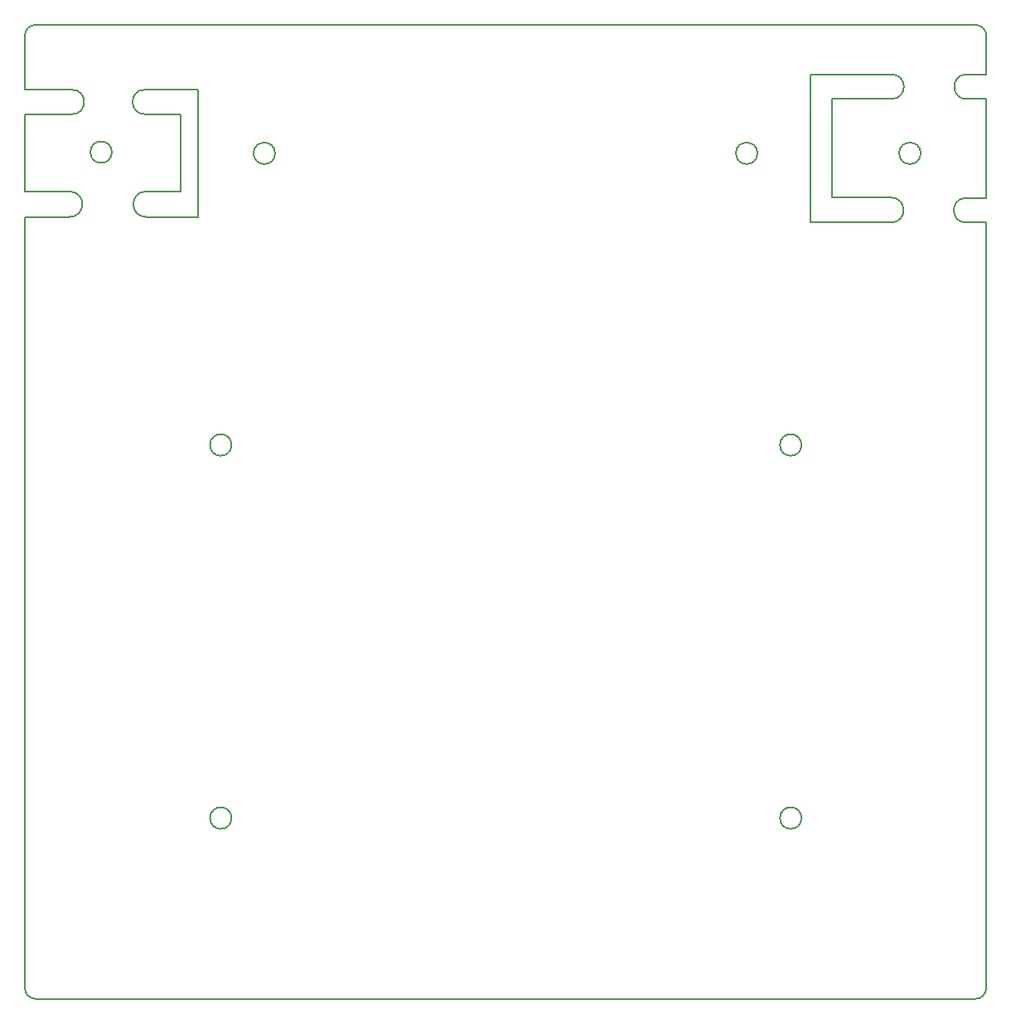
<source format=gbr>
G04 #@! TF.GenerationSoftware,KiCad,Pcbnew,(5.1.6-0-10_14)*
G04 #@! TF.CreationDate,2022-03-09T18:20:20+09:00*
G04 #@! TF.ProjectId,cool640,636f6f6c-3634-4302-9e6b-696361645f70,rev?*
G04 #@! TF.SameCoordinates,Original*
G04 #@! TF.FileFunction,Profile,NP*
%FSLAX46Y46*%
G04 Gerber Fmt 4.6, Leading zero omitted, Abs format (unit mm)*
G04 Created by KiCad (PCBNEW (5.1.6-0-10_14)) date 2022-03-09 18:20:20*
%MOMM*%
%LPD*%
G01*
G04 APERTURE LIST*
G04 #@! TA.AperFunction,Profile*
%ADD10C,0.150000*%
G04 #@! TD*
G04 APERTURE END LIST*
D10*
X80440000Y20230000D02*
G75*
G03*
X80440000Y20230000I-1100000J0D01*
G01*
X10030000Y-47650000D02*
G75*
G03*
X10030000Y-47650000I-1100000J0D01*
G01*
X68260000Y-47650000D02*
G75*
G03*
X68260000Y-47650000I-1100000J0D01*
G01*
X-2200000Y20350000D02*
G75*
G03*
X-2200000Y20350000I-1100000J0D01*
G01*
X63760000Y20230000D02*
G75*
G03*
X63760000Y20230000I-1100000J0D01*
G01*
X69180000Y28300000D02*
X77460000Y28300000D01*
X85010000Y15681943D02*
X87130000Y15681943D01*
X-6500000Y16340038D02*
G75*
G02*
X-6510000Y13740000I0J-1300038D01*
G01*
X1170000Y24228561D02*
G75*
G02*
X1170000Y26731439I0J1251439D01*
G01*
X77410000Y15718030D02*
G75*
G02*
X77480000Y13160000I0J-1279973D01*
G01*
X85080000Y13160000D02*
G75*
G02*
X85010000Y15681943I0J1261943D01*
G01*
X6610000Y26730000D02*
X1170000Y26730000D01*
X87150000Y32240000D02*
X87150000Y28290000D01*
X1170000Y24228561D02*
X4800000Y24230000D01*
X87130000Y25770000D02*
X87130000Y15681943D01*
X85130000Y25770000D02*
X87130000Y25770000D01*
X71400000Y15750000D02*
X71400000Y25778057D01*
X77410000Y15718030D02*
X71400000Y15750000D01*
X-9970000Y-66110000D02*
G75*
G02*
X-11090000Y-64990000I0J1120000D01*
G01*
X87150000Y-64990000D02*
G75*
G02*
X86030000Y-66110000I-1120000J0D01*
G01*
X86030000Y33360000D02*
G75*
G02*
X87150000Y32240000I0J-1120000D01*
G01*
X-11090000Y32240000D02*
G75*
G02*
X-9970000Y33360000I1120000J0D01*
G01*
X85060000Y28291943D02*
X87150000Y28290000D01*
X69180000Y13160000D02*
X69180000Y28300000D01*
X77480000Y13160000D02*
X69180000Y13160000D01*
X-6280000Y26730000D02*
X-11090000Y26730000D01*
X6610000Y13740000D02*
X6610000Y26730000D01*
X6610000Y13740000D02*
X1300000Y13740000D01*
X-9970000Y-66110000D02*
X86030000Y-66110000D01*
X-11090000Y13740000D02*
X-11090000Y-64990000D01*
X86030000Y33360000D02*
X-9970000Y33360000D01*
X87150000Y-64990000D02*
X87150000Y13160000D01*
X-11070000Y16340000D02*
X-11070000Y24227122D01*
X4800000Y16340000D02*
X1300000Y16340000D01*
X4800000Y24230000D02*
X4800000Y16340000D01*
X68260000Y-9550000D02*
G75*
G03*
X68260000Y-9550000I-1100000J0D01*
G01*
X14480000Y20230000D02*
G75*
G03*
X14480000Y20230000I-1100000J0D01*
G01*
X77460000Y28300000D02*
G75*
G02*
X77530000Y25778057I0J-1261943D01*
G01*
X-6500000Y16340038D02*
X-11070000Y16340000D01*
X-6280000Y26730000D02*
G75*
G02*
X-6280000Y24227122I0J-1251439D01*
G01*
X-11090000Y13740000D02*
X-6510000Y13740000D01*
X-6280000Y24227122D02*
X-11070000Y24227122D01*
X10030000Y-9550000D02*
G75*
G03*
X10030000Y-9550000I-1100000J0D01*
G01*
X1300000Y13740000D02*
G75*
G02*
X1300000Y16340000I0J1300000D01*
G01*
X85130000Y25770000D02*
G75*
G02*
X85060000Y28291943I0J1261943D01*
G01*
X-11090000Y32240000D02*
X-11090000Y26730000D01*
X77530000Y25778057D02*
X71400000Y25778057D01*
X87150000Y13160000D02*
X85080000Y13160000D01*
M02*

</source>
